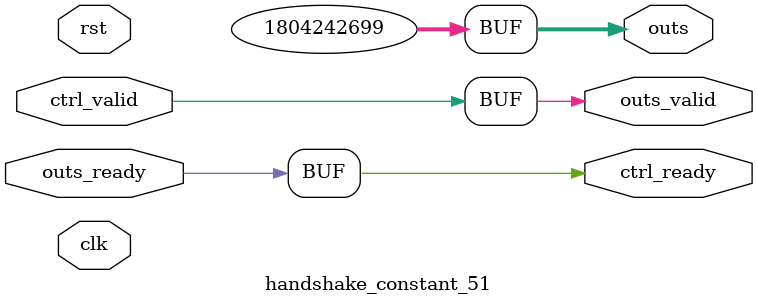
<source format=v>
`timescale 1ns / 1ps
module handshake_constant_51 #(
  parameter DATA_WIDTH = 32  // Default set to 32 bits
) (
  input                       clk,
  input                       rst,
  // Input Channel
  input                       ctrl_valid,
  output                      ctrl_ready,
  // Output Channel
  output [DATA_WIDTH - 1 : 0] outs,
  output                      outs_valid,
  input                       outs_ready
);
  assign outs       = 32'b01101011100010101000111100001011;
  assign outs_valid = ctrl_valid;
  assign ctrl_ready = outs_ready;

endmodule

</source>
